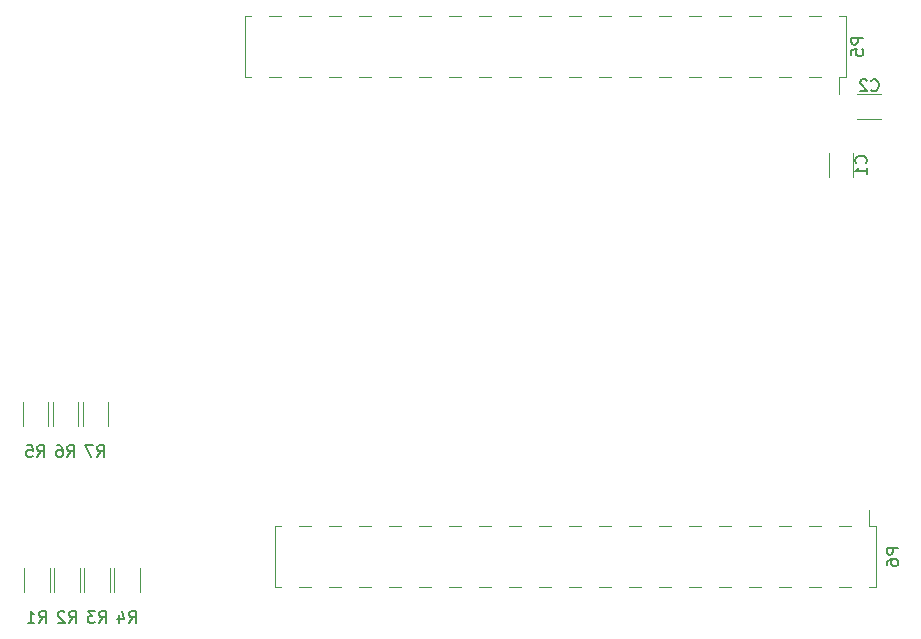
<source format=gbo>
G04 #@! TF.GenerationSoftware,KiCad,Pcbnew,(5.1.6)-1*
G04 #@! TF.CreationDate,2021-05-11T11:26:14+01:00*
G04 #@! TF.ProjectId,cpu_exp_65xx_6x09,6370755f-6578-4705-9f36-3578785f3678,3.01*
G04 #@! TF.SameCoordinates,Original*
G04 #@! TF.FileFunction,Legend,Bot*
G04 #@! TF.FilePolarity,Positive*
%FSLAX46Y46*%
G04 Gerber Fmt 4.6, Leading zero omitted, Abs format (unit mm)*
G04 Created by KiCad (PCBNEW (5.1.6)-1) date 2021-05-11 11:26:14*
%MOMM*%
%LPD*%
G01*
G04 APERTURE LIST*
%ADD10C,0.120000*%
%ADD11C,0.150000*%
G04 APERTURE END LIST*
D10*
X91385000Y-80460000D02*
X91385000Y-78460000D01*
X89245000Y-78460000D02*
X89245000Y-80460000D01*
X158810000Y-36890000D02*
X158810000Y-31690000D01*
X107890000Y-36890000D02*
X107890000Y-31690000D01*
X158240000Y-38330000D02*
X158240000Y-36890000D01*
X158810000Y-36890000D02*
X158240000Y-36890000D01*
X158810000Y-31690000D02*
X158240000Y-31690000D01*
X108460000Y-36890000D02*
X107890000Y-36890000D01*
X108460000Y-31690000D02*
X107890000Y-31690000D01*
X156720000Y-36890000D02*
X155700000Y-36890000D01*
X156720000Y-31690000D02*
X155700000Y-31690000D01*
X154180000Y-36890000D02*
X153160000Y-36890000D01*
X154180000Y-31690000D02*
X153160000Y-31690000D01*
X151640000Y-36890000D02*
X150620000Y-36890000D01*
X151640000Y-31690000D02*
X150620000Y-31690000D01*
X149100000Y-36890000D02*
X148080000Y-36890000D01*
X149100000Y-31690000D02*
X148080000Y-31690000D01*
X146560000Y-36890000D02*
X145540000Y-36890000D01*
X146560000Y-31690000D02*
X145540000Y-31690000D01*
X144020000Y-36890000D02*
X143000000Y-36890000D01*
X144020000Y-31690000D02*
X143000000Y-31690000D01*
X141480000Y-36890000D02*
X140460000Y-36890000D01*
X141480000Y-31690000D02*
X140460000Y-31690000D01*
X138940000Y-36890000D02*
X137920000Y-36890000D01*
X138940000Y-31690000D02*
X137920000Y-31690000D01*
X136400000Y-36890000D02*
X135380000Y-36890000D01*
X136400000Y-31690000D02*
X135380000Y-31690000D01*
X133860000Y-36890000D02*
X132840000Y-36890000D01*
X133860000Y-31690000D02*
X132840000Y-31690000D01*
X131320000Y-36890000D02*
X130300000Y-36890000D01*
X131320000Y-31690000D02*
X130300000Y-31690000D01*
X128780000Y-36890000D02*
X127760000Y-36890000D01*
X128780000Y-31690000D02*
X127760000Y-31690000D01*
X126240000Y-36890000D02*
X125220000Y-36890000D01*
X126240000Y-31690000D02*
X125220000Y-31690000D01*
X123700000Y-36890000D02*
X122680000Y-36890000D01*
X123700000Y-31690000D02*
X122680000Y-31690000D01*
X121160000Y-36890000D02*
X120140000Y-36890000D01*
X121160000Y-31690000D02*
X120140000Y-31690000D01*
X118620000Y-36890000D02*
X117600000Y-36890000D01*
X118620000Y-31690000D02*
X117600000Y-31690000D01*
X116080000Y-36890000D02*
X115060000Y-36890000D01*
X116080000Y-31690000D02*
X115060000Y-31690000D01*
X113540000Y-36890000D02*
X112520000Y-36890000D01*
X113540000Y-31690000D02*
X112520000Y-31690000D01*
X111000000Y-36890000D02*
X109980000Y-36890000D01*
X111000000Y-31690000D02*
X109980000Y-31690000D01*
X161350000Y-80070000D02*
X161350000Y-74870000D01*
X161350000Y-74870000D02*
X160780000Y-74870000D01*
X159260000Y-74870000D02*
X158240000Y-74870000D01*
X156720000Y-74870000D02*
X155700000Y-74870000D01*
X154180000Y-74870000D02*
X153160000Y-74870000D01*
X151640000Y-74870000D02*
X150620000Y-74870000D01*
X149100000Y-74870000D02*
X148080000Y-74870000D01*
X146560000Y-74870000D02*
X145540000Y-74870000D01*
X144020000Y-74870000D02*
X143000000Y-74870000D01*
X141480000Y-74870000D02*
X140460000Y-74870000D01*
X138940000Y-74870000D02*
X137920000Y-74870000D01*
X136400000Y-74870000D02*
X135380000Y-74870000D01*
X133860000Y-74870000D02*
X132840000Y-74870000D01*
X131320000Y-74870000D02*
X130300000Y-74870000D01*
X128780000Y-74870000D02*
X127760000Y-74870000D01*
X126240000Y-74870000D02*
X125220000Y-74870000D01*
X123700000Y-74870000D02*
X122680000Y-74870000D01*
X121160000Y-74870000D02*
X120140000Y-74870000D01*
X118620000Y-74870000D02*
X117600000Y-74870000D01*
X116080000Y-74870000D02*
X115060000Y-74870000D01*
X113540000Y-74870000D02*
X112520000Y-74870000D01*
X111000000Y-74870000D02*
X110430000Y-74870000D01*
X110430000Y-80070000D02*
X110430000Y-74870000D01*
X161350000Y-80070000D02*
X160780000Y-80070000D01*
X159260000Y-80070000D02*
X158240000Y-80070000D01*
X156720000Y-80070000D02*
X155700000Y-80070000D01*
X154180000Y-80070000D02*
X153160000Y-80070000D01*
X151640000Y-80070000D02*
X150620000Y-80070000D01*
X149100000Y-80070000D02*
X148080000Y-80070000D01*
X146560000Y-80070000D02*
X145540000Y-80070000D01*
X144020000Y-80070000D02*
X143000000Y-80070000D01*
X141480000Y-80070000D02*
X140460000Y-80070000D01*
X138940000Y-80070000D02*
X137920000Y-80070000D01*
X136400000Y-80070000D02*
X135380000Y-80070000D01*
X133860000Y-80070000D02*
X132840000Y-80070000D01*
X131320000Y-80070000D02*
X130300000Y-80070000D01*
X128780000Y-80070000D02*
X127760000Y-80070000D01*
X126240000Y-80070000D02*
X125220000Y-80070000D01*
X123700000Y-80070000D02*
X122680000Y-80070000D01*
X121160000Y-80070000D02*
X120140000Y-80070000D01*
X118620000Y-80070000D02*
X117600000Y-80070000D01*
X116080000Y-80070000D02*
X115060000Y-80070000D01*
X113540000Y-80070000D02*
X112520000Y-80070000D01*
X111000000Y-80070000D02*
X110430000Y-80070000D01*
X160780000Y-74870000D02*
X160780000Y-73510000D01*
X96320000Y-66405000D02*
X96320000Y-64405000D01*
X94180000Y-64405000D02*
X94180000Y-66405000D01*
X93780000Y-66405000D02*
X93780000Y-64405000D01*
X91640000Y-64405000D02*
X91640000Y-66405000D01*
X89100000Y-64405000D02*
X89100000Y-66405000D01*
X91240000Y-66405000D02*
X91240000Y-64405000D01*
X99005000Y-80460000D02*
X99005000Y-78460000D01*
X96865000Y-78460000D02*
X96865000Y-80460000D01*
X96465000Y-80460000D02*
X96465000Y-78460000D01*
X94325000Y-78460000D02*
X94325000Y-80460000D01*
X93925000Y-80460000D02*
X93925000Y-78460000D01*
X91785000Y-78460000D02*
X91785000Y-80460000D01*
X161782000Y-40390000D02*
X159782000Y-40390000D01*
X159782000Y-38350000D02*
X161782000Y-38350000D01*
X157349000Y-45323000D02*
X157349000Y-43323000D01*
X159389000Y-43323000D02*
X159389000Y-45323000D01*
D11*
X90481666Y-83087380D02*
X90815000Y-82611190D01*
X91053095Y-83087380D02*
X91053095Y-82087380D01*
X90672142Y-82087380D01*
X90576904Y-82135000D01*
X90529285Y-82182619D01*
X90481666Y-82277857D01*
X90481666Y-82420714D01*
X90529285Y-82515952D01*
X90576904Y-82563571D01*
X90672142Y-82611190D01*
X91053095Y-82611190D01*
X89529285Y-83087380D02*
X90100714Y-83087380D01*
X89815000Y-83087380D02*
X89815000Y-82087380D01*
X89910238Y-82230238D01*
X90005476Y-82325476D01*
X90100714Y-82373095D01*
X160262380Y-33551904D02*
X159262380Y-33551904D01*
X159262380Y-33932857D01*
X159310000Y-34028095D01*
X159357619Y-34075714D01*
X159452857Y-34123333D01*
X159595714Y-34123333D01*
X159690952Y-34075714D01*
X159738571Y-34028095D01*
X159786190Y-33932857D01*
X159786190Y-33551904D01*
X159262380Y-35028095D02*
X159262380Y-34551904D01*
X159738571Y-34504285D01*
X159690952Y-34551904D01*
X159643333Y-34647142D01*
X159643333Y-34885238D01*
X159690952Y-34980476D01*
X159738571Y-35028095D01*
X159833809Y-35075714D01*
X160071904Y-35075714D01*
X160167142Y-35028095D01*
X160214761Y-34980476D01*
X160262380Y-34885238D01*
X160262380Y-34647142D01*
X160214761Y-34551904D01*
X160167142Y-34504285D01*
X163242380Y-76731904D02*
X162242380Y-76731904D01*
X162242380Y-77112857D01*
X162290000Y-77208095D01*
X162337619Y-77255714D01*
X162432857Y-77303333D01*
X162575714Y-77303333D01*
X162670952Y-77255714D01*
X162718571Y-77208095D01*
X162766190Y-77112857D01*
X162766190Y-76731904D01*
X162242380Y-78160476D02*
X162242380Y-77970000D01*
X162290000Y-77874761D01*
X162337619Y-77827142D01*
X162480476Y-77731904D01*
X162670952Y-77684285D01*
X163051904Y-77684285D01*
X163147142Y-77731904D01*
X163194761Y-77779523D01*
X163242380Y-77874761D01*
X163242380Y-78065238D01*
X163194761Y-78160476D01*
X163147142Y-78208095D01*
X163051904Y-78255714D01*
X162813809Y-78255714D01*
X162718571Y-78208095D01*
X162670952Y-78160476D01*
X162623333Y-78065238D01*
X162623333Y-77874761D01*
X162670952Y-77779523D01*
X162718571Y-77731904D01*
X162813809Y-77684285D01*
X95416666Y-69032380D02*
X95750000Y-68556190D01*
X95988095Y-69032380D02*
X95988095Y-68032380D01*
X95607142Y-68032380D01*
X95511904Y-68080000D01*
X95464285Y-68127619D01*
X95416666Y-68222857D01*
X95416666Y-68365714D01*
X95464285Y-68460952D01*
X95511904Y-68508571D01*
X95607142Y-68556190D01*
X95988095Y-68556190D01*
X95083333Y-68032380D02*
X94416666Y-68032380D01*
X94845238Y-69032380D01*
X92876666Y-69032380D02*
X93210000Y-68556190D01*
X93448095Y-69032380D02*
X93448095Y-68032380D01*
X93067142Y-68032380D01*
X92971904Y-68080000D01*
X92924285Y-68127619D01*
X92876666Y-68222857D01*
X92876666Y-68365714D01*
X92924285Y-68460952D01*
X92971904Y-68508571D01*
X93067142Y-68556190D01*
X93448095Y-68556190D01*
X92019523Y-68032380D02*
X92210000Y-68032380D01*
X92305238Y-68080000D01*
X92352857Y-68127619D01*
X92448095Y-68270476D01*
X92495714Y-68460952D01*
X92495714Y-68841904D01*
X92448095Y-68937142D01*
X92400476Y-68984761D01*
X92305238Y-69032380D01*
X92114761Y-69032380D01*
X92019523Y-68984761D01*
X91971904Y-68937142D01*
X91924285Y-68841904D01*
X91924285Y-68603809D01*
X91971904Y-68508571D01*
X92019523Y-68460952D01*
X92114761Y-68413333D01*
X92305238Y-68413333D01*
X92400476Y-68460952D01*
X92448095Y-68508571D01*
X92495714Y-68603809D01*
X90336666Y-69032380D02*
X90670000Y-68556190D01*
X90908095Y-69032380D02*
X90908095Y-68032380D01*
X90527142Y-68032380D01*
X90431904Y-68080000D01*
X90384285Y-68127619D01*
X90336666Y-68222857D01*
X90336666Y-68365714D01*
X90384285Y-68460952D01*
X90431904Y-68508571D01*
X90527142Y-68556190D01*
X90908095Y-68556190D01*
X89431904Y-68032380D02*
X89908095Y-68032380D01*
X89955714Y-68508571D01*
X89908095Y-68460952D01*
X89812857Y-68413333D01*
X89574761Y-68413333D01*
X89479523Y-68460952D01*
X89431904Y-68508571D01*
X89384285Y-68603809D01*
X89384285Y-68841904D01*
X89431904Y-68937142D01*
X89479523Y-68984761D01*
X89574761Y-69032380D01*
X89812857Y-69032380D01*
X89908095Y-68984761D01*
X89955714Y-68937142D01*
X98101666Y-83087380D02*
X98435000Y-82611190D01*
X98673095Y-83087380D02*
X98673095Y-82087380D01*
X98292142Y-82087380D01*
X98196904Y-82135000D01*
X98149285Y-82182619D01*
X98101666Y-82277857D01*
X98101666Y-82420714D01*
X98149285Y-82515952D01*
X98196904Y-82563571D01*
X98292142Y-82611190D01*
X98673095Y-82611190D01*
X97244523Y-82420714D02*
X97244523Y-83087380D01*
X97482619Y-82039761D02*
X97720714Y-82754047D01*
X97101666Y-82754047D01*
X95561666Y-83087380D02*
X95895000Y-82611190D01*
X96133095Y-83087380D02*
X96133095Y-82087380D01*
X95752142Y-82087380D01*
X95656904Y-82135000D01*
X95609285Y-82182619D01*
X95561666Y-82277857D01*
X95561666Y-82420714D01*
X95609285Y-82515952D01*
X95656904Y-82563571D01*
X95752142Y-82611190D01*
X96133095Y-82611190D01*
X95228333Y-82087380D02*
X94609285Y-82087380D01*
X94942619Y-82468333D01*
X94799761Y-82468333D01*
X94704523Y-82515952D01*
X94656904Y-82563571D01*
X94609285Y-82658809D01*
X94609285Y-82896904D01*
X94656904Y-82992142D01*
X94704523Y-83039761D01*
X94799761Y-83087380D01*
X95085476Y-83087380D01*
X95180714Y-83039761D01*
X95228333Y-82992142D01*
X93021666Y-83087380D02*
X93355000Y-82611190D01*
X93593095Y-83087380D02*
X93593095Y-82087380D01*
X93212142Y-82087380D01*
X93116904Y-82135000D01*
X93069285Y-82182619D01*
X93021666Y-82277857D01*
X93021666Y-82420714D01*
X93069285Y-82515952D01*
X93116904Y-82563571D01*
X93212142Y-82611190D01*
X93593095Y-82611190D01*
X92640714Y-82182619D02*
X92593095Y-82135000D01*
X92497857Y-82087380D01*
X92259761Y-82087380D01*
X92164523Y-82135000D01*
X92116904Y-82182619D01*
X92069285Y-82277857D01*
X92069285Y-82373095D01*
X92116904Y-82515952D01*
X92688333Y-83087380D01*
X92069285Y-83087380D01*
X160948666Y-37977142D02*
X160996285Y-38024761D01*
X161139142Y-38072380D01*
X161234380Y-38072380D01*
X161377238Y-38024761D01*
X161472476Y-37929523D01*
X161520095Y-37834285D01*
X161567714Y-37643809D01*
X161567714Y-37500952D01*
X161520095Y-37310476D01*
X161472476Y-37215238D01*
X161377238Y-37120000D01*
X161234380Y-37072380D01*
X161139142Y-37072380D01*
X160996285Y-37120000D01*
X160948666Y-37167619D01*
X160567714Y-37167619D02*
X160520095Y-37120000D01*
X160424857Y-37072380D01*
X160186761Y-37072380D01*
X160091523Y-37120000D01*
X160043904Y-37167619D01*
X159996285Y-37262857D01*
X159996285Y-37358095D01*
X160043904Y-37500952D01*
X160615333Y-38072380D01*
X159996285Y-38072380D01*
X160476142Y-44156333D02*
X160523761Y-44108714D01*
X160571380Y-43965857D01*
X160571380Y-43870619D01*
X160523761Y-43727761D01*
X160428523Y-43632523D01*
X160333285Y-43584904D01*
X160142809Y-43537285D01*
X159999952Y-43537285D01*
X159809476Y-43584904D01*
X159714238Y-43632523D01*
X159619000Y-43727761D01*
X159571380Y-43870619D01*
X159571380Y-43965857D01*
X159619000Y-44108714D01*
X159666619Y-44156333D01*
X160571380Y-45108714D02*
X160571380Y-44537285D01*
X160571380Y-44823000D02*
X159571380Y-44823000D01*
X159714238Y-44727761D01*
X159809476Y-44632523D01*
X159857095Y-44537285D01*
M02*

</source>
